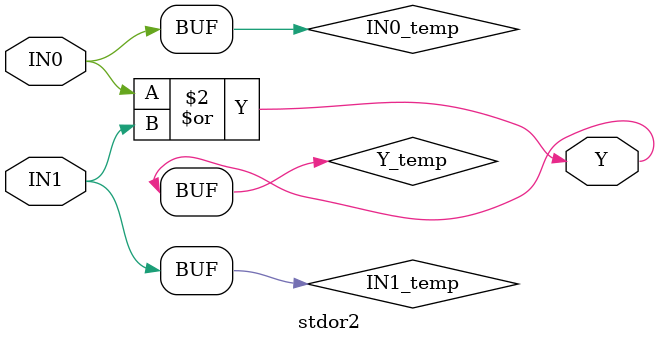
<source format=v>
module stdor2(IN0,IN1,Y);
  parameter
        d_IN0_r = 0,
        d_IN0_f = 0,
        d_IN1_r = 0,
        d_IN1_f = 0,
        d_Y_r = 1,
        d_Y_f = 1;
  input  IN0;
  input  IN1;
  output  Y;
  wire  IN0_temp;
  wire  IN1_temp;
  reg  Y_temp;
  assign #(d_IN0_r,d_IN0_f) IN0_temp = IN0;
  assign #(d_IN1_r,d_IN1_f) IN1_temp = IN1;
  assign #(d_Y_r,d_Y_f) Y = Y_temp;
  always
    @(IN0_temp or IN1_temp)
      begin
      Y_temp = (IN0_temp | IN1_temp);
      end
endmodule

</source>
